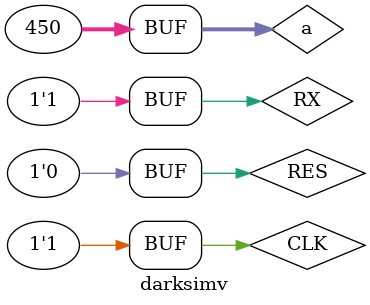
<source format=v>
/*
 * Copyright (c) 2018, Marcelo Samsoniuk
 * All rights reserved.
 * 
 * Redistribution and use in source and binary forms, with or without
 * modification, are permitted provided that the following conditions are met:
 * 
 * * Redistributions of source code must retain the above copyright notice, this
 *   list of conditions and the following disclaimer.
 * 
 * * Redistributions in binary form must reproduce the above copyright notice,
 *   this list of conditions and the following disclaimer in the documentation
 *   and/or other materials provided with the distribution.
 * 
 * * Neither the name of the copyright holder nor the names of its
 *   contributors may be used to endorse or promote products derived from
 *   this software without specific prior written permission.
 * 
 * THIS SOFTWARE IS PROVIDED BY THE COPYRIGHT HOLDERS AND CONTRIBUTORS "AS IS"
 * AND ANY EXPRESS OR IMPLIED WARRANTIES, INCLUDING, BUT NOT LIMITED TO, THE
 * IMPLIED WARRANTIES OF MERCHANTABILITY AND FITNESS FOR A PARTICULAR PURPOSE ARE
 * DISCLAIMED. IN NO EVENT SHALL THE COPYRIGHT HOLDER OR CONTRIBUTORS BE LIABLE
 * FOR ANY DIRECT, INDIRECT, INCIDENTAL, SPECIAL, EXEMPLARY, OR CONSEQUENTIAL
 * DAMAGES (INCLUDING, BUT NOT LIMITED TO, PROCUREMENT OF SUBSTITUTE GOODS OR
 * SERVICES; LOSS OF USE, DATA, OR PROFITS; OR BUSINESS INTERRUPTION) HOWEVER
 * CAUSED AND ON ANY THEORY OF LIABILITY, WHETHER IN CONTRACT, STRICT LIABILITY,
 * OR TORT (INCLUDING NEGLIGENCE OR OTHERWISE) ARISING IN ANY WAY OUT OF THE USE
 * OF THIS SOFTWARE, EVEN IF ADVISED OF THE POSSIBILITY OF SUCH DAMAGE. 
 */

//`timescale 1ns / 1ps
`include "/home/raflipriyou/darkraki-main/rtl/conf.vh"
`include "/home/raflipriyou/darkraki-main/rtl/socriscv32.v"

// clock and reset logic

`define BOARD_CK 100000000

module darksimv;

    reg CLK = 0;
    reg RES = 1;
    //reg [31:0] iROM_DATA,iRAM_DATA;

    // initial while(1) #(500e6/`BOARD_CK) CLK = !CLK; // clock generator w/ freq defined by config.vh

    integer i, a;
    
    initial
    begin
`ifdef __ICARUS__
        $dumpfile("darksocv.vcd");
        $dumpvars();
        // iROM_DATA = 32'h0;
	    // iRAM_DATA = 32'h0;
    `ifdef __REGDUMP__
        for(i=0;i!=`RLEN;i=i+1)
        begin
            $dumpvars(0,soc0.core0.REGS[i]);
        end
    `endif
`endif

        $display("reset---- (startup)");
        // #100    RES = 0;
        for (a = 0; a <450; a = a+1 ) begin
			if(a == 10)
            begin
                RES = 0;
            end
            CLK=0;
			#1;
			CLK=1;	
			#1;	
		end

    end

    wire TX;
    wire RX = 1;

    socriscv32 soc0
    (
        .iCLK(CLK),
        .iRST(|RES),
        .UART_RXD(RX),
        .UART_TXD(TX)
    );

endmodule

</source>
